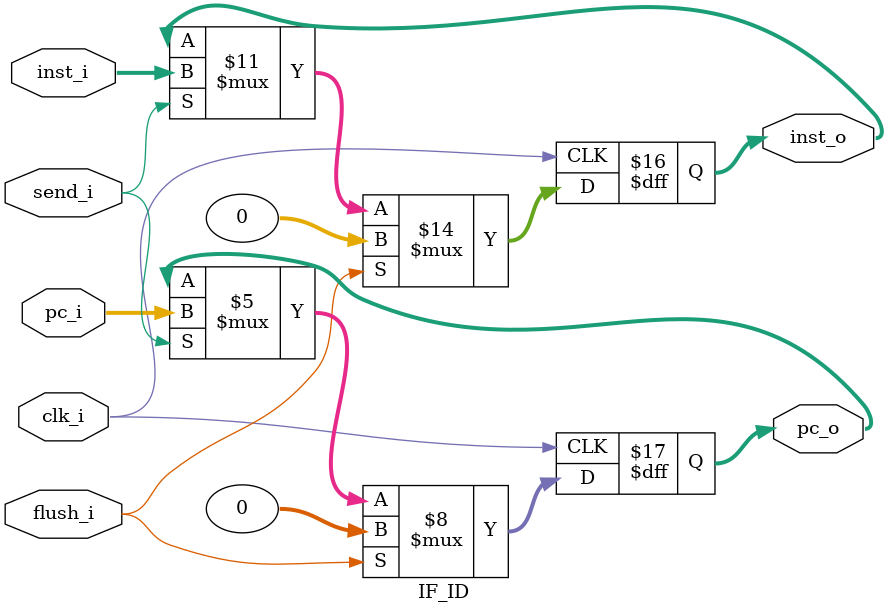
<source format=v>
module IF_ID
(
 	send_i, 		// from hazrd_detect ( IF_ID_o )
	clk_i,
	inst_i,
	pc_i,
	flush_i,
	inst_o,
	pc_o,
);

input send_i, clk_i, flush_i;
input[31:0] inst_i, pc_i;
output reg[31:0] inst_o, pc_o;

always@(posedge clk_i ) begin
	if(flush_i == 1) begin
		inst_o <= 32'b0;
		pc_o <= 32'b0;
	end
	else if(send_i == 0) begin
		inst_o <= inst_o;
		pc_o <= pc_o;
	end
	else begin
		inst_o <= inst_i;
		pc_o <= pc_i;
	end
	
end

endmodule

 
</source>
